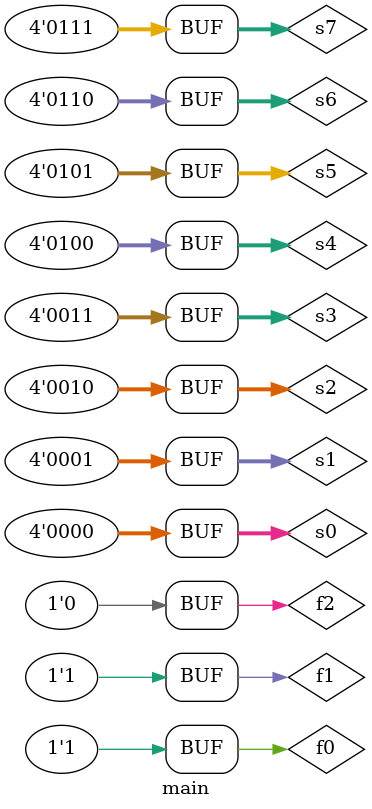
<source format=v>
module mux8to1(f2,f1,f0,fBit,s7,s6,s5,s4,s3,s2,s1,s0);
input f2,f1,f0,s0,s1,s2,s3,s4,s5,s6,s7;
output fBit;
wire f2N,f1N,f0N,w0,w1,w2,w3,w4,w5,w6,w7;
not n1(f0N,f0);
not n2(f1N,f1);
not n3(f2N,f2);
and a0(w0,f2N,f1N,f0N,s0);
and a1(w1,f2N,f1N,f0,s1);
and a2(w2,f2N,f1,f0N,s2);
and a3(w3,f2N,f1,f0,s3);
and a4(w4,f2,f1N,f0N,s4);
and a5(w5,f2,f1N,f0,s5);
and a6(w6,f2,f1,f0N,s6);
and a7(w7,f2,f1,f0,s7);
or o1(fBit,w0,w1,w2,w3,w4,w5,w6,w7);
endmodule

module mux8to1_4bit(f2,f1,f0,fBit,s7,s6,s5,s4,s3,s2,s1,s0);
input [3:0] s0,s1,s2,s3,s4,s5,s6,s7;
input f2,f1,f0;
output [3:0] fBit;

mux8to1 m1(f2,f1,f0,fBit[0],s7[0],s6[0],s5[0],s4[0],s3[0],s2[0],s1[0],s0[0]);
mux8to1 m2(f2,f1,f0,fBit[1],s7[1],s6[1],s5[1],s4[1],s3[1],s2[1],s1[1],s0[1]);
mux8to1 m3(f2,f1,f0,fBit[2],s7[2],s6[2],s5[2],s4[2],s3[2],s2[2],s1[2],s0[2]);
mux8to1 m4(f2,f1,f0,fBit[3],s7[3],s6[3],s5[3],s4[3],s3[3],s2[3],s1[3],s0[3]);
endmodule

module main;
reg f2,f1,f0;
reg [3:0] s0=0,s1=1,s2=2,s3=3,s4=4,s5=5,s6=6,s7=7;
wire [3:0] fBit;
mux8to1_4bit m1(f2,f1,f0,fBit,s7,s6,s5,s4,s3,s2,s1,s0);
  initial 
    begin
    $monitor("s0 = %d s1 = %d s2 = %d s3 = %d s4 = %d s5 = %d s6 = %d s7 = %d, f2 = %d f1 = %d f0 = %d, fBit = %d",s0,s1,s2,s3,s4,s5,s6,s7,f2,f1,f0,fBit);
     f2=0;f1=0;f0=0;
     #1
     f2=0;f1=1;f0=1;
    end
endmodule

</source>
